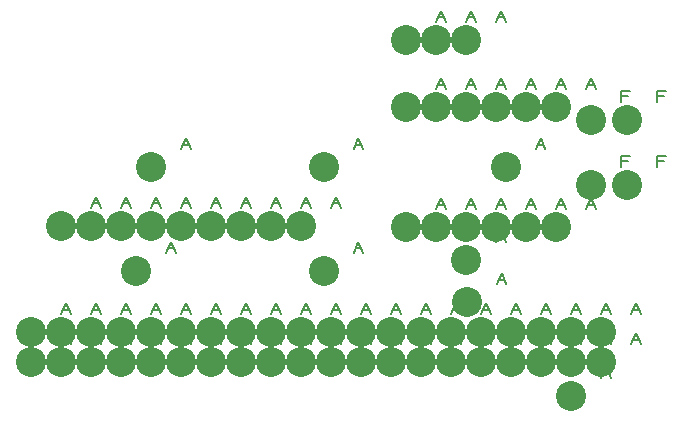
<source format=gbr>
G04 EasyPC Gerber Version 20.0.2 Build 4112 *
%FSLAX35Y35*%
%MOIN*%
%ADD15C,0.00500*%
%ADD14C,0.10000*%
X0Y0D02*
D02*
D14*
X20600Y25600D03*
Y35600D03*
X30600Y25600D03*
Y35600D03*
Y71100D03*
X40600Y25600D03*
Y35600D03*
Y71100D03*
X50600Y25600D03*
Y35600D03*
Y71100D03*
X55600Y56100D03*
X60600Y25600D03*
Y35600D03*
Y71100D03*
Y90600D03*
X70600Y25600D03*
Y35600D03*
Y71100D03*
X80600Y25600D03*
Y35600D03*
Y71100D03*
X90600Y25600D03*
Y35600D03*
Y71100D03*
X100600Y25600D03*
Y35600D03*
Y71100D03*
X110600Y25600D03*
Y35600D03*
Y71100D03*
X118100Y56100D03*
Y90600D03*
X120600Y25600D03*
Y35600D03*
X130600Y25600D03*
Y35600D03*
X140600Y25600D03*
Y35600D03*
X145600Y70600D03*
Y110600D03*
Y133100D03*
X150600Y25600D03*
Y35600D03*
X155600Y70600D03*
Y110600D03*
Y133100D03*
X160600Y25600D03*
Y35600D03*
X165600Y59600D03*
Y70600D03*
Y110600D03*
Y133100D03*
X165850Y45600D03*
X170600Y25600D03*
Y35600D03*
X175600Y70600D03*
Y110600D03*
X178850Y90600D03*
X180600Y25600D03*
Y35600D03*
X185600Y70600D03*
Y110600D03*
X190600Y25600D03*
Y35600D03*
X195600Y70600D03*
Y110600D03*
X200600Y14350D03*
Y25600D03*
Y35600D03*
X207100Y84773D03*
Y106427D03*
X210600Y25600D03*
Y35600D03*
X219100Y84773D03*
Y106427D03*
D02*
D15*
X30600Y31537D02*
X32163Y35287D01*
X33725Y31537*
X31225Y33100D02*
X33100D01*
X30600Y41537D02*
X32163Y45287D01*
X33725Y41537*
X31225Y43100D02*
X33100D01*
X40600Y31537D02*
X42163Y35287D01*
X43725Y31537*
X41225Y33100D02*
X43100D01*
X40600Y41537D02*
X42163Y45287D01*
X43725Y41537*
X41225Y43100D02*
X43100D01*
X40600Y77037D02*
X42163Y80787D01*
X43725Y77037*
X41225Y78600D02*
X43100D01*
X50600Y31537D02*
X52163Y35287D01*
X53725Y31537*
X51225Y33100D02*
X53100D01*
X50600Y41537D02*
X52163Y45287D01*
X53725Y41537*
X51225Y43100D02*
X53100D01*
X50600Y77037D02*
X52163Y80787D01*
X53725Y77037*
X51225Y78600D02*
X53100D01*
X60600Y31537D02*
X62163Y35287D01*
X63725Y31537*
X61225Y33100D02*
X63100D01*
X60600Y41537D02*
X62163Y45287D01*
X63725Y41537*
X61225Y43100D02*
X63100D01*
X60600Y77037D02*
X62163Y80787D01*
X63725Y77037*
X61225Y78600D02*
X63100D01*
X65600Y62037D02*
X67163Y65787D01*
X68725Y62037*
X66225Y63600D02*
X68100D01*
X70600Y31537D02*
X72163Y35287D01*
X73725Y31537*
X71225Y33100D02*
X73100D01*
X70600Y41537D02*
X72163Y45287D01*
X73725Y41537*
X71225Y43100D02*
X73100D01*
X70600Y77037D02*
X72163Y80787D01*
X73725Y77037*
X71225Y78600D02*
X73100D01*
X70600Y96537D02*
X72163Y100287D01*
X73725Y96537*
X71225Y98100D02*
X73100D01*
X80600Y31537D02*
X82163Y35287D01*
X83725Y31537*
X81225Y33100D02*
X83100D01*
X80600Y41537D02*
X82163Y45287D01*
X83725Y41537*
X81225Y43100D02*
X83100D01*
X80600Y77037D02*
X82163Y80787D01*
X83725Y77037*
X81225Y78600D02*
X83100D01*
X90600Y31537D02*
X92163Y35287D01*
X93725Y31537*
X91225Y33100D02*
X93100D01*
X90600Y41537D02*
X92163Y45287D01*
X93725Y41537*
X91225Y43100D02*
X93100D01*
X90600Y77037D02*
X92163Y80787D01*
X93725Y77037*
X91225Y78600D02*
X93100D01*
X100600Y31537D02*
X102163Y35287D01*
X103725Y31537*
X101225Y33100D02*
X103100D01*
X100600Y41537D02*
X102163Y45287D01*
X103725Y41537*
X101225Y43100D02*
X103100D01*
X100600Y77037D02*
X102163Y80787D01*
X103725Y77037*
X101225Y78600D02*
X103100D01*
X110600Y31537D02*
X112163Y35287D01*
X113725Y31537*
X111225Y33100D02*
X113100D01*
X110600Y41537D02*
X112163Y45287D01*
X113725Y41537*
X111225Y43100D02*
X113100D01*
X110600Y77037D02*
X112163Y80787D01*
X113725Y77037*
X111225Y78600D02*
X113100D01*
X120600Y31537D02*
X122163Y35287D01*
X123725Y31537*
X121225Y33100D02*
X123100D01*
X120600Y41537D02*
X122163Y45287D01*
X123725Y41537*
X121225Y43100D02*
X123100D01*
X120600Y77037D02*
X122163Y80787D01*
X123725Y77037*
X121225Y78600D02*
X123100D01*
X128100Y62037D02*
X129663Y65787D01*
X131225Y62037*
X128725Y63600D02*
X130600D01*
X128100Y96537D02*
X129663Y100287D01*
X131225Y96537*
X128725Y98100D02*
X130600D01*
Y31537D02*
X132163Y35287D01*
X133725Y31537*
X131225Y33100D02*
X133100D01*
X130600Y41537D02*
X132163Y45287D01*
X133725Y41537*
X131225Y43100D02*
X133100D01*
X140600Y31537D02*
X142163Y35287D01*
X143725Y31537*
X141225Y33100D02*
X143100D01*
X140600Y41537D02*
X142163Y45287D01*
X143725Y41537*
X141225Y43100D02*
X143100D01*
X150600Y31537D02*
X152163Y35287D01*
X153725Y31537*
X151225Y33100D02*
X153100D01*
X150600Y41537D02*
X152163Y45287D01*
X153725Y41537*
X151225Y43100D02*
X153100D01*
X155600Y76537D02*
X157163Y80287D01*
X158725Y76537*
X156225Y78100D02*
X158100D01*
X155600Y116537D02*
X157163Y120287D01*
X158725Y116537*
X156225Y118100D02*
X158100D01*
X155600Y139037D02*
X157163Y142787D01*
X158725Y139037*
X156225Y140600D02*
X158100D01*
X160600Y31537D02*
X162163Y35287D01*
X163725Y31537*
X161225Y33100D02*
X163100D01*
X160600Y41537D02*
X162163Y45287D01*
X163725Y41537*
X161225Y43100D02*
X163100D01*
X165600Y76537D02*
X167163Y80287D01*
X168725Y76537*
X166225Y78100D02*
X168100D01*
X165600Y116537D02*
X167163Y120287D01*
X168725Y116537*
X166225Y118100D02*
X168100D01*
X165600Y139037D02*
X167163Y142787D01*
X168725Y139037*
X166225Y140600D02*
X168100D01*
X170600Y31537D02*
X172163Y35287D01*
X173725Y31537*
X171225Y33100D02*
X173100D01*
X170600Y41537D02*
X172163Y45287D01*
X173725Y41537*
X171225Y43100D02*
X173100D01*
X175600Y65537D02*
X177163Y69287D01*
X178725Y65537*
X176225Y67100D02*
X178100D01*
X175600Y76537D02*
X177163Y80287D01*
X178725Y76537*
X176225Y78100D02*
X178100D01*
X175600Y116537D02*
X177163Y120287D01*
X178725Y116537*
X176225Y118100D02*
X178100D01*
X175600Y139037D02*
X177163Y142787D01*
X178725Y139037*
X176225Y140600D02*
X178100D01*
X175850Y51537D02*
X177413Y55287D01*
X178975Y51537*
X176475Y53100D02*
X178350D01*
X180600Y31537D02*
X182163Y35287D01*
X183725Y31537*
X181225Y33100D02*
X183100D01*
X180600Y41537D02*
X182163Y45287D01*
X183725Y41537*
X181225Y43100D02*
X183100D01*
X185600Y76537D02*
X187163Y80287D01*
X188725Y76537*
X186225Y78100D02*
X188100D01*
X185600Y116537D02*
X187163Y120287D01*
X188725Y116537*
X186225Y118100D02*
X188100D01*
X188850Y96537D02*
X190413Y100287D01*
X191975Y96537*
X189475Y98100D02*
X191350D01*
X190600Y31537D02*
X192163Y35287D01*
X193725Y31537*
X191225Y33100D02*
X193100D01*
X190600Y41537D02*
X192163Y45287D01*
X193725Y41537*
X191225Y43100D02*
X193100D01*
X195600Y76537D02*
X197163Y80287D01*
X198725Y76537*
X196225Y78100D02*
X198100D01*
X195600Y116537D02*
X197163Y120287D01*
X198725Y116537*
X196225Y118100D02*
X198100D01*
X200600Y31537D02*
X202163Y35287D01*
X203725Y31537*
X201225Y33100D02*
X203100D01*
X200600Y41537D02*
X202163Y45287D01*
X203725Y41537*
X201225Y43100D02*
X203100D01*
X205600Y76537D02*
X207163Y80287D01*
X208725Y76537*
X206225Y78100D02*
X208100D01*
X205600Y116537D02*
X207163Y120287D01*
X208725Y116537*
X206225Y118100D02*
X208100D01*
X210600Y20287D02*
X212163Y24037D01*
X213725Y20287*
X211225Y21850D02*
X213100D01*
X210600Y31537D02*
X212163Y35287D01*
X213725Y31537*
X211225Y33100D02*
X213100D01*
X210600Y41537D02*
X212163Y45287D01*
X213725Y41537*
X211225Y43100D02*
X213100D01*
X217100Y90711D02*
Y94461D01*
X220225*
X219600Y92586D02*
X217100D01*
Y112364D02*
Y116114D01*
X220225*
X219600Y114239D02*
X217100D01*
X220600Y31537D02*
X222163Y35287D01*
X223725Y31537*
X221225Y33100D02*
X223100D01*
X220600Y41537D02*
X222163Y45287D01*
X223725Y41537*
X221225Y43100D02*
X223100D01*
X229100Y90711D02*
Y94461D01*
X232225*
X231600Y92586D02*
X229100D01*
Y112364D02*
Y116114D01*
X232225*
X231600Y114239D02*
X229100D01*
X0Y0D02*
M02*

</source>
